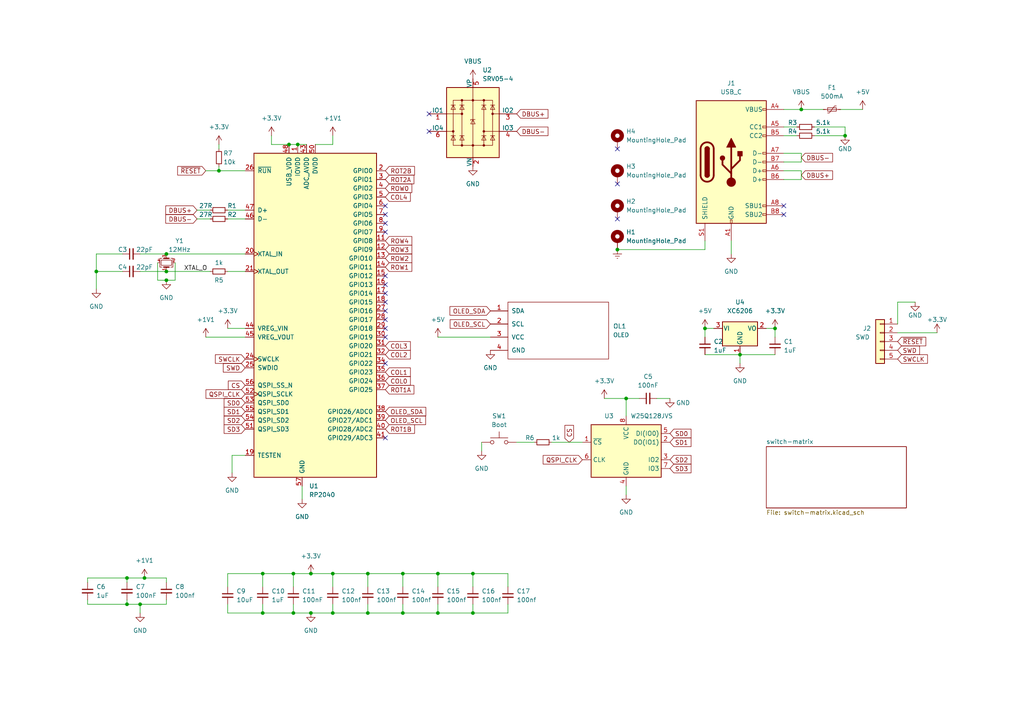
<source format=kicad_sch>
(kicad_sch (version 20211123) (generator eeschema)
  (paper "A4")
  (lib_symbols
    (symbol "Connector:USB_C_Receptacle_USB2.0" (pin_names (offset 1.016))
      (property "Reference" "J" (at -10.16 19.05 0))
      (property "Value" "USB_C_Receptacle_USB2.0" (at 19.05 19.05 0))
      (symbol "USB_C_Receptacle_USB2.0_0_0"
        (rectangle (start -0.254 -17.78) (end 0.254 -16.764))
        (rectangle (start 10.16 -14.986) (end 9.144 -15.494))
        (rectangle (start 10.16 -12.446) (end 9.144 -12.954))
        (rectangle (start 10.16 -4.826) (end 9.144 -5.334))
        (rectangle (start 10.16 -2.286) (end 9.144 -2.794))
        (rectangle (start 10.16 0.254) (end 9.144 -0.254))
        (rectangle (start 10.16 2.794) (end 9.144 2.286))
        (rectangle (start 10.16 7.874) (end 9.144 7.366))
        (rectangle (start 10.16 10.414) (end 9.144 9.906))
        (rectangle (start 10.16 15.494) (end 9.144 14.986))
      )
      (symbol "USB_C_Receptacle_USB2.0_0_1"
        (rectangle (start -10.16 17.78) (end 10.16 -17.78) (stroke (width 0.254)) (fill (type background)))
        (arc (start -8.89 -3.81) (mid -6.985 -5.715) (end -5.08 -3.81) (stroke (width 0.508)))
        (arc (start -7.62 -3.81) (mid -6.985 -4.445) (end -6.35 -3.81) (stroke (width 0.254)))
        (arc (start -7.62 -3.81) (mid -6.985 -4.445) (end -6.35 -3.81) (stroke (width 0.254)) (fill (type outline)))
        (rectangle (start -7.62 -3.81) (end -6.35 3.81) (stroke (width 0.254)) (fill (type outline)))
        (arc (start -6.35 3.81) (mid -6.985 4.445) (end -7.62 3.81) (stroke (width 0.254)))
        (arc (start -6.35 3.81) (mid -6.985 4.445) (end -7.62 3.81) (stroke (width 0.254)) (fill (type outline)))
        (arc (start -5.08 3.81) (mid -6.985 5.715) (end -8.89 3.81) (stroke (width 0.508)))
        (circle (center -2.54 1.143) (radius 0.635) (stroke (width 0.254)) (fill (type outline)))
        (circle (center 0 -5.842) (radius 1.27) (fill (type outline)))
        (polyline (pts (xy -8.89 -3.81) (xy -8.89 3.81)) (stroke (width 0.508)))
        (polyline (pts (xy -5.08 3.81) (xy -5.08 -3.81)) (stroke (width 0.508)))
        (polyline (pts (xy 0 -5.842) (xy 0 4.318)) (stroke (width 0.508)))
        (polyline (pts (xy 0 -3.302) (xy -2.54 -0.762) (xy -2.54 0.508)) (stroke (width 0.508)))
        (polyline (pts (xy 0 -2.032) (xy 2.54 0.508) (xy 2.54 1.778)) (stroke (width 0.508)))
        (polyline (pts (xy -1.27 4.318) (xy 0 6.858) (xy 1.27 4.318) (xy -1.27 4.318)) (stroke (width 0.254)) (fill (type outline)))
        (rectangle (start 1.905 1.778) (end 3.175 3.048) (stroke (width 0.254)) (fill (type outline)))
      )
      (symbol "USB_C_Receptacle_USB2.0_1_1"
        (pin passive line (at 0 -22.86 90) (length 5.08) (name "GND") (number "A1"))
        (pin passive line (at 0 -22.86 90) (length 5.08) hide (name "GND") (number "A12"))
        (pin passive line (at 15.24 15.24 180) (length 5.08) (name "VBUS") (number "A4"))
        (pin bidirectional line (at 15.24 10.16 180) (length 5.08) (name "CC1") (number "A5"))
        (pin bidirectional line (at 15.24 -2.54 180) (length 5.08) (name "D+") (number "A6"))
        (pin bidirectional line (at 15.24 2.54 180) (length 5.08) (name "D-") (number "A7"))
        (pin bidirectional line (at 15.24 -12.7 180) (length 5.08) (name "SBU1") (number "A8"))
        (pin passive line (at 15.24 15.24 180) (length 5.08) hide (name "VBUS") (number "A9"))
        (pin passive line (at 0 -22.86 90) (length 5.08) hide (name "GND") (number "B1"))
        (pin passive line (at 0 -22.86 90) (length 5.08) hide (name "GND") (number "B12"))
        (pin passive line (at 15.24 15.24 180) (length 5.08) hide (name "VBUS") (number "B4"))
        (pin bidirectional line (at 15.24 7.62 180) (length 5.08) (name "CC2") (number "B5"))
        (pin bidirectional line (at 15.24 -5.08 180) (length 5.08) (name "D+") (number "B6"))
        (pin bidirectional line (at 15.24 0 180) (length 5.08) (name "D-") (number "B7"))
        (pin bidirectional line (at 15.24 -15.24 180) (length 5.08) (name "SBU2") (number "B8"))
        (pin passive line (at 15.24 15.24 180) (length 5.08) hide (name "VBUS") (number "B9"))
        (pin passive line (at -7.62 -22.86 90) (length 5.08) (name "SHIELD") (number "S1"))
      )
    )
    (symbol "Connector_Generic:Conn_01x05" (pin_names (offset 1.016) hide)
      (property "Reference" "J" (at 0 7.62 0))
      (property "Value" "Conn_01x05" (at 0 -7.62 0))
      (symbol "Conn_01x05_1_1"
        (rectangle (start -1.27 -4.953) (end 0 -5.207) (stroke (width 0.1524)))
        (rectangle (start -1.27 -2.413) (end 0 -2.667) (stroke (width 0.1524)))
        (rectangle (start -1.27 0.127) (end 0 -0.127) (stroke (width 0.1524)))
        (rectangle (start -1.27 2.667) (end 0 2.413) (stroke (width 0.1524)))
        (rectangle (start -1.27 5.207) (end 0 4.953) (stroke (width 0.1524)))
        (rectangle (start -1.27 6.35) (end 1.27 -6.35) (stroke (width 0.254)) (fill (type background)))
        (pin passive line (at -5.08 5.08 0) (length 3.81) (name "Pin_1") (number "1"))
        (pin passive line (at -5.08 2.54 0) (length 3.81) (name "Pin_2") (number "2"))
        (pin passive line (at -5.08 0 0) (length 3.81) (name "Pin_3") (number "3"))
        (pin passive line (at -5.08 -2.54 0) (length 3.81) (name "Pin_4") (number "4"))
        (pin passive line (at -5.08 -5.08 0) (length 3.81) (name "Pin_5") (number "5"))
      )
    )
    (symbol "Device:C_Small" (pin_numbers hide) (pin_names (offset 0.254) hide)
      (property "Reference" "C" (at 0.254 1.778 0))
      (property "Value" "C_Small" (at 0.254 -2.032 0))
      (symbol "C_Small_0_1"
        (polyline (pts (xy -1.524 -0.508) (xy 1.524 -0.508)) (stroke (width 0.3302)))
        (polyline (pts (xy -1.524 0.508) (xy 1.524 0.508)) (stroke (width 0.3048)))
      )
      (symbol "C_Small_1_1"
        (pin passive line (at 0 2.54 270) (length 2.032) (name "~") (number "1"))
        (pin passive line (at 0 -2.54 90) (length 2.032) (name "~") (number "2"))
      )
    )
    (symbol "Device:Crystal_GND24_Small" (pin_names (offset 1.016) hide)
      (property "Reference" "Y" (at 1.27 4.445 0))
      (property "Value" "Crystal_GND24_Small" (at 1.27 2.54 0))
      (symbol "Crystal_GND24_Small_0_1"
        (rectangle (start -0.762 -1.524) (end 0.762 1.524))
        (polyline (pts (xy -1.27 -0.762) (xy -1.27 0.762)) (stroke (width 0.381)))
        (polyline (pts (xy 1.27 -0.762) (xy 1.27 0.762)) (stroke (width 0.381)))
        (polyline (pts (xy -1.27 -1.27) (xy -1.27 -1.905) (xy 1.27 -1.905) (xy 1.27 -1.27)))
        (polyline (pts (xy -1.27 1.27) (xy -1.27 1.905) (xy 1.27 1.905) (xy 1.27 1.27)))
      )
      (symbol "Crystal_GND24_Small_1_1"
        (pin passive line (at -2.54 0 0) (length 1.27) (name "1") (number "1"))
        (pin passive line (at 0 -2.54 90) (length 0.635) (name "2") (number "2"))
        (pin passive line (at 2.54 0 180) (length 1.27) (name "3") (number "3"))
        (pin passive line (at 0 2.54 270) (length 0.635) (name "4") (number "4"))
      )
    )
    (symbol "Device:Polyfuse_Small" (pin_numbers hide) (pin_names (offset 0))
      (property "Reference" "F" (at -1.905 0 90))
      (property "Value" "Polyfuse_Small" (at 1.905 0 90))
      (symbol "Polyfuse_Small_0_1"
        (rectangle (start -0.508 1.27) (end 0.508 -1.27))
        (polyline (pts (xy 0 2.54) (xy 0 -2.54)))
        (polyline (pts (xy -1.016 1.27) (xy -1.016 0.762) (xy 1.016 -0.762) (xy 1.016 -1.27)))
      )
      (symbol "Polyfuse_Small_1_1"
        (pin passive line (at 0 2.54 270) (length 0.635) (name "~") (number "1"))
        (pin passive line (at 0 -2.54 90) (length 0.635) (name "~") (number "2"))
      )
    )
    (symbol "Device:R_Small" (pin_numbers hide) (pin_names (offset 0.254) hide)
      (property "Reference" "R" (at 0.762 0.508 0))
      (property "Value" "R_Small" (at 0.762 -1.016 0))
      (symbol "R_Small_0_1"
        (rectangle (start -0.762 1.778) (end 0.762 -1.778) (stroke (width 0.2032)))
      )
      (symbol "R_Small_1_1"
        (pin passive line (at 0 2.54 270) (length 0.762) (name "~") (number "1"))
        (pin passive line (at 0 -2.54 90) (length 0.762) (name "~") (number "2"))
      )
    )
    (symbol "Mechanical:MountingHole_Pad" (pin_numbers hide) (pin_names (offset 1.016) hide)
      (property "Reference" "H" (at 0 6.35 0))
      (property "Value" "MountingHole_Pad" (at 0 4.445 0))
      (symbol "MountingHole_Pad_0_1"
        (circle (center 0 1.27) (radius 1.27) (stroke (width 1.27)))
      )
      (symbol "MountingHole_Pad_1_1"
        (pin input line (at 0 -2.54 90) (length 2.54) (name "1") (number "1"))
      )
    )
    (symbol "Memory_Flash:W25Q128JVS"
      (property "Reference" "U" (at -8.89 8.89 0))
      (property "Value" "W25Q128JVS" (at 7.62 8.89 0))
      (symbol "W25Q128JVS_0_1"
        (rectangle (start -10.16 7.62) (end 10.16 -7.62) (stroke (width 0.254)) (fill (type background)))
      )
      (symbol "W25Q128JVS_1_1"
        (pin input line (at -12.7 2.54 0) (length 2.54) (name "~{CS}") (number "1"))
        (pin bidirectional line (at 12.7 2.54 180) (length 2.54) (name "DO(IO1)") (number "2"))
        (pin bidirectional line (at 12.7 -2.54 180) (length 2.54) (name "IO2") (number "3"))
        (pin power_in line (at 0 -10.16 90) (length 2.54) (name "GND") (number "4"))
        (pin bidirectional line (at 12.7 5.08 180) (length 2.54) (name "DI(IO0)") (number "5"))
        (pin input line (at -12.7 -2.54 0) (length 2.54) (name "CLK") (number "6"))
        (pin bidirectional line (at 12.7 -5.08 180) (length 2.54) (name "IO3") (number "7"))
        (pin power_in line (at 0 10.16 270) (length 2.54) (name "VCC") (number "8"))
      )
    )
    (symbol "Regulator_Linear:XC6206PxxxMR" (pin_names (offset 0.254))
      (property "Reference" "U" (at -3.81 3.175 0))
      (property "Value" "XC6206PxxxMR" (at 0 3.175 0))
      (symbol "XC6206PxxxMR_0_1"
        (rectangle (start -5.08 1.905) (end 5.08 -5.08) (stroke (width 0.254)) (fill (type background)))
      )
      (symbol "XC6206PxxxMR_1_1"
        (pin power_in line (at 0 -7.62 90) (length 2.54) (name "GND") (number "1"))
        (pin power_out line (at 7.62 0 180) (length 2.54) (name "VO") (number "2"))
        (pin power_in line (at -7.62 0 0) (length 2.54) (name "VI") (number "3"))
      )
    )
    (symbol "Switch:SW_Push" (pin_numbers hide) (pin_names (offset 1.016) hide)
      (property "Reference" "SW" (at 1.27 2.54 0))
      (property "Value" "SW_Push" (at 0 -1.524 0))
      (symbol "SW_Push_0_1"
        (circle (center -2.032 0) (radius 0.508))
        (polyline (pts (xy 0 1.27) (xy 0 3.048)))
        (polyline (pts (xy 2.54 1.27) (xy -2.54 1.27)))
        (circle (center 2.032 0) (radius 0.508))
        (pin passive line (at -5.08 0 0) (length 2.54) (name "1") (number "1"))
        (pin passive line (at 5.08 0 180) (length 2.54) (name "2") (number "2"))
      )
    )
    (symbol "foostan:OLED" (pin_names (offset 1.016))
      (property "Reference" "OL" (at 0 2.54 0))
      (property "Value" "OLED" (at 0 -1.27 0))
      (symbol "OLED_0_1"
        (rectangle (start -13.97 8.89) (end 15.24 -7.62))
      )
      (symbol "OLED_1_1"
        (pin bidirectional line (at -19.05 6.35 0) (length 5.08) (name "SDA") (number "1"))
        (pin bidirectional line (at -19.05 2.54 0) (length 5.08) (name "SCL") (number "2"))
        (pin power_in line (at -19.05 -1.27 0) (length 5.08) (name "VCC") (number "3"))
        (pin power_in line (at -19.05 -5.08 0) (length 5.08) (name "GND") (number "4"))
      )
    )
    (symbol "marbastlib-various-cc:SRV05-4" (pin_names (offset 0))
      (property "Reference" "U" (at -5.08 11.43 0))
      (property "Value" "SRV05-4" (at 2.54 11.43 0))
      (symbol "SRV05-4_0_0"
        (rectangle (start -5.715 6.477) (end 5.715 -6.604))
        (polyline (pts (xy -3.175 -6.604) (xy -3.175 6.477)))
        (polyline (pts (xy 3.175 6.477) (xy 3.175 -6.604)))
      )
      (symbol "SRV05-4_0_1"
        (rectangle (start -7.62 10.16) (end 7.62 -10.16) (stroke (width 0.254)) (fill (type background)))
        (circle (center -5.715 -2.54) (radius 0.2794) (fill (type outline)))
        (circle (center -3.175 -6.604) (radius 0.2794) (fill (type outline)))
        (circle (center -3.175 2.54) (radius 0.2794) (fill (type outline)))
        (circle (center -3.175 6.477) (radius 0.2794) (fill (type outline)))
        (circle (center 0 -6.604) (radius 0.2794) (fill (type outline)))
        (polyline (pts (xy -7.747 2.54) (xy -3.175 2.54)))
        (polyline (pts (xy -7.62 -2.54) (xy -5.715 -2.54)))
        (polyline (pts (xy -5.08 -3.81) (xy -6.35 -3.81)))
        (polyline (pts (xy -5.08 5.08) (xy -6.35 5.08)))
        (polyline (pts (xy -2.54 -3.81) (xy -3.81 -3.81)))
        (polyline (pts (xy -2.54 5.08) (xy -3.81 5.08)))
        (polyline (pts (xy 0 10.16) (xy 0 -10.16)))
        (polyline (pts (xy 3.81 -3.81) (xy 2.54 -3.81)))
        (polyline (pts (xy 3.81 5.08) (xy 2.54 5.08)))
        (polyline (pts (xy 6.35 -3.81) (xy 5.08 -3.81)))
        (polyline (pts (xy 6.35 5.08) (xy 5.08 5.08)))
        (polyline (pts (xy 7.62 -2.54) (xy 3.175 -2.54)))
        (polyline (pts (xy 7.62 2.54) (xy 5.715 2.54)))
        (polyline (pts (xy 0.635 0.889) (xy -0.635 0.889) (xy -0.635 0.635)))
        (polyline (pts (xy -5.08 -5.08) (xy -6.35 -5.08) (xy -5.715 -3.81) (xy -5.08 -5.08)))
        (polyline (pts (xy -5.08 3.81) (xy -6.35 3.81) (xy -5.715 5.08) (xy -5.08 3.81)))
        (polyline (pts (xy -2.54 -5.08) (xy -3.81 -5.08) (xy -3.175 -3.81) (xy -2.54 -5.08)))
        (polyline (pts (xy -2.54 3.81) (xy -3.81 3.81) (xy -3.175 5.08) (xy -2.54 3.81)))
        (polyline (pts (xy 0.635 -0.381) (xy -0.635 -0.381) (xy 0 0.889) (xy 0.635 -0.381)))
        (polyline (pts (xy 3.81 -5.08) (xy 2.54 -5.08) (xy 3.175 -3.81) (xy 3.81 -5.08)))
        (polyline (pts (xy 3.81 3.81) (xy 2.54 3.81) (xy 3.175 5.08) (xy 3.81 3.81)))
        (polyline (pts (xy 6.35 -5.08) (xy 5.08 -5.08) (xy 5.715 -3.81) (xy 6.35 -5.08)))
        (polyline (pts (xy 6.35 3.81) (xy 5.08 3.81) (xy 5.715 5.08) (xy 6.35 3.81)))
        (circle (center 0 6.477) (radius 0.2794) (fill (type outline)))
        (circle (center 3.175 -6.604) (radius 0.2794) (fill (type outline)))
        (circle (center 3.175 -2.54) (radius 0.2794) (fill (type outline)))
        (circle (center 3.175 6.477) (radius 0.2794) (fill (type outline)))
        (circle (center 5.715 2.54) (radius 0.2794) (fill (type outline)))
      )
      (symbol "SRV05-4_1_1"
        (pin passive line (at -12.7 2.54 0) (length 5.08) (name "IO1") (number "1"))
        (pin passive line (at 0 -12.7 90) (length 2.54) (name "VN") (number "2"))
        (pin passive line (at 12.7 2.54 180) (length 5.08) (name "IO2") (number "3"))
        (pin passive line (at 12.7 -2.54 180) (length 5.08) (name "IO3") (number "4"))
        (pin passive line (at 0 12.7 270) (length 2.54) (name "VP") (number "5"))
        (pin passive line (at -12.7 -2.54 0) (length 5.08) (name "IO4") (number "6"))
      )
    )
    (symbol "power:+1V1" (power) (pin_names (offset 0))
      (property "Value" "+1V1" (at 0 3.556 0))
      (symbol "+1V1_0_1"
        (polyline (pts (xy -0.762 1.27) (xy 0 2.54)))
        (polyline (pts (xy 0 0) (xy 0 2.54)))
        (polyline (pts (xy 0 2.54) (xy 0.762 1.27)))
      )
      (symbol "+1V1_1_1"
        (pin power_in line (at 0 0 90) (length 0) hide (name "+1V1") (number "1"))
      )
    )
    (symbol "power:+3.3V" (power) (pin_names (offset 0))
      (property "Value" "+3.3V" (at 0 3.556 0))
      (symbol "+3.3V_0_1"
        (polyline (pts (xy -0.762 1.27) (xy 0 2.54)))
        (polyline (pts (xy 0 0) (xy 0 2.54)))
        (polyline (pts (xy 0 2.54) (xy 0.762 1.27)))
      )
      (symbol "+3.3V_1_1"
        (pin power_in line (at 0 0 90) (length 0) hide (name "+3.3V") (number "1"))
      )
    )
    (symbol "power:+5V" (power) (pin_names (offset 0))
      (property "Value" "+5V" (at 0 3.556 0))
      (symbol "+5V_0_1"
        (polyline (pts (xy -0.762 1.27) (xy 0 2.54)))
        (polyline (pts (xy 0 0) (xy 0 2.54)))
        (polyline (pts (xy 0 2.54) (xy 0.762 1.27)))
      )
      (symbol "+5V_1_1"
        (pin power_in line (at 0 0 90) (length 0) hide (name "+5V") (number "1"))
      )
    )
    (symbol "power:Earth" (power) (pin_names (offset 0))
      (symbol "Earth_0_1"
        (polyline (pts (xy -0.635 -1.905) (xy 0.635 -1.905)))
        (polyline (pts (xy -0.127 -2.54) (xy 0.127 -2.54)))
        (polyline (pts (xy 0 -1.27) (xy 0 0)))
        (polyline (pts (xy 1.27 -1.27) (xy -1.27 -1.27)))
      )
      (symbol "Earth_1_1"
        (pin power_in line (at 0 0 270) (length 0) hide (name "Earth") (number "1"))
      )
    )
    (symbol "power:GND" (power) (pin_names (offset 0))
      (property "Value" "GND" (at 0 -3.81 0))
      (symbol "GND_0_1"
        (polyline (pts (xy 0 0) (xy 0 -1.27) (xy 1.27 -1.27) (xy 0 -2.54) (xy -1.27 -1.27) (xy 0 -1.27)))
      )
      (symbol "GND_1_1"
        (pin power_in line (at 0 0 270) (length 0) hide (name "GND") (number "1"))
      )
    )
    (symbol "power:VBUS" (power) (pin_names (offset 0))
      (property "Value" "VBUS" (at 0 3.81 0))
      (symbol "VBUS_0_1"
        (polyline (pts (xy -0.762 1.27) (xy 0 2.54)))
        (polyline (pts (xy 0 0) (xy 0 2.54)))
        (polyline (pts (xy 0 2.54) (xy 0.762 1.27)))
      )
      (symbol "VBUS_1_1"
        (pin power_in line (at 0 0 90) (length 0) hide (name "VBUS") (number "1"))
      )
    )
    (symbol "sleep-sym:RP2040" (pin_names (offset 1.016))
      (property "Reference" "U" (at 8.89 51.435 0))
      (property "Value" "RP2040" (at 8.89 48.895 0))
      (symbol "RP2040_0_0"
        (rectangle (start -17.78 -45.72) (end 17.78 48.26) (stroke (width 0.254)) (fill (type background)))
      )
      (symbol "RP2040_1_1"
        (pin power_in line (at -5.08 50.8 270) (length 2.54) (name "IOVDD") (number "1"))
        (pin power_in line (at -5.08 50.8 270) (length 2.54) hide (name "IOVDD") (number "10"))
        (pin input line (at 20.32 22.86 180) (length 2.54) (name "GPIO8") (number "11"))
        (pin input line (at 20.32 20.32 180) (length 2.54) (name "GPIO9") (number "12"))
        (pin input line (at 20.32 17.78 180) (length 2.54) (name "GPIO10") (number "13"))
        (pin input line (at 20.32 15.24 180) (length 2.54) (name "GPIO11") (number "14"))
        (pin input line (at 20.32 12.7 180) (length 2.54) (name "GPIO12") (number "15"))
        (pin input line (at 20.32 10.16 180) (length 2.54) (name "GPIO13") (number "16"))
        (pin input line (at 20.32 7.62 180) (length 2.54) (name "GPIO14") (number "17"))
        (pin input line (at 20.32 5.08 180) (length 2.54) (name "GPIO15") (number "18"))
        (pin input line (at -20.32 -39.37 0) (length 2.54) (name "TESTEN") (number "19"))
        (pin input line (at 20.32 43.18 180) (length 2.54) (name "GPIO0") (number "2"))
        (pin input clock (at -20.32 19.05 0) (length 2.54) (name "XTAL_IN") (number "20"))
        (pin input clock (at -20.32 13.97 0) (length 2.54) (name "XTAL_OUT") (number "21"))
        (pin power_in line (at -5.08 50.8 270) (length 2.54) hide (name "IOVDD") (number "22"))
        (pin power_in line (at 0 50.8 270) (length 2.54) hide (name "DVDD") (number "23"))
        (pin input clock (at -20.32 -11.43 0) (length 2.54) (name "SWCLK") (number "24"))
        (pin bidirectional line (at -20.32 -13.97 0) (length 2.54) (name "SWDIO") (number "25"))
        (pin input line (at -20.32 43.18 0) (length 2.54) (name "~{RUN}") (number "26"))
        (pin input line (at 20.32 2.54 180) (length 2.54) (name "GPIO16") (number "27"))
        (pin input line (at 20.32 0 180) (length 2.54) (name "GPIO17") (number "28"))
        (pin input line (at 20.32 -2.54 180) (length 2.54) (name "GPIO18") (number "29"))
        (pin input line (at 20.32 40.64 180) (length 2.54) (name "GPIO1") (number "3"))
        (pin input line (at 20.32 -5.08 180) (length 2.54) (name "GPIO19") (number "30"))
        (pin input line (at 20.32 -7.62 180) (length 2.54) (name "GPIO20") (number "31"))
        (pin input line (at 20.32 -10.16 180) (length 2.54) (name "GPIO21") (number "32"))
        (pin power_in line (at -5.08 50.8 270) (length 2.54) hide (name "IOVDD") (number "33"))
        (pin input line (at 20.32 -12.7 180) (length 2.54) (name "GPIO22") (number "34"))
        (pin input line (at 20.32 -15.24 180) (length 2.54) (name "GPIO23") (number "35"))
        (pin input line (at 20.32 -17.78 180) (length 2.54) (name "GPIO24") (number "36"))
        (pin input line (at 20.32 -20.32 180) (length 2.54) (name "GPIO25") (number "37"))
        (pin input line (at 20.32 -26.67 180) (length 2.54) (name "GPIO26/ADC0") (number "38"))
        (pin input line (at 20.32 -29.21 180) (length 2.54) (name "GPIO27/ADC1") (number "39"))
        (pin input line (at 20.32 38.1 180) (length 2.54) (name "GPIO2") (number "4"))
        (pin input line (at 20.32 -31.75 180) (length 2.54) (name "GPIO28/ADC2") (number "40"))
        (pin input line (at 20.32 -34.29 180) (length 2.54) (name "GPIO29/ADC3") (number "41"))
        (pin power_in line (at -5.08 50.8 270) (length 2.54) hide (name "IOVDD") (number "42"))
        (pin power_in line (at -2.54 50.8 270) (length 2.54) (name "ADC_AVDD") (number "43"))
        (pin power_in line (at -20.32 -2.54 0) (length 2.54) (name "VREG_VIN") (number "44"))
        (pin power_out line (at -20.32 -5.08 0) (length 2.54) (name "VREG_VOUT") (number "45"))
        (pin bidirectional line (at -20.32 29.21 0) (length 2.54) (name "D-") (number "46"))
        (pin bidirectional line (at -20.32 31.75 0) (length 2.54) (name "D+") (number "47"))
        (pin power_in line (at -7.62 50.8 270) (length 2.54) (name "USB_VDD") (number "48"))
        (pin power_in line (at -5.08 50.8 270) (length 2.54) hide (name "IOVDD") (number "49"))
        (pin input line (at 20.32 35.56 180) (length 2.54) (name "GPIO3") (number "5"))
        (pin power_in line (at 0 50.8 270) (length 2.54) (name "DVDD") (number "50"))
        (pin bidirectional line (at -20.32 -31.75 0) (length 2.54) (name "QSPI_SD3") (number "51"))
        (pin input clock (at -20.32 -21.59 0) (length 2.54) (name "QSPI_SCLK") (number "52"))
        (pin bidirectional line (at -20.32 -24.13 0) (length 2.54) (name "QSPI_SD0") (number "53"))
        (pin bidirectional line (at -20.32 -29.21 0) (length 2.54) (name "QSPI_SD2") (number "54"))
        (pin bidirectional line (at -20.32 -26.67 0) (length 2.54) (name "QSPI_SD1") (number "55"))
        (pin bidirectional line (at -20.32 -19.05 0) (length 2.54) (name "QSPI_SS_N") (number "56"))
        (pin power_in line (at -3.81 -48.26 90) (length 2.54) (name "GND") (number "57"))
        (pin input line (at 20.32 33.02 180) (length 2.54) (name "GPIO4") (number "6"))
        (pin input line (at 20.32 30.48 180) (length 2.54) (name "GPIO5") (number "7"))
        (pin input line (at 20.32 27.94 180) (length 2.54) (name "GPIO6") (number "8"))
        (pin input line (at 20.32 25.4 180) (length 2.54) (name "GPIO7") (number "9"))
      )
    )
  )
  (junction (at 76.2 166.37))
  (junction (at 86.36 41.91))
  (junction (at 83.82 41.91))
  (junction (at 40.64 175.26))
  (junction (at 116.84 177.8))
  (junction (at 116.84 166.37))
  (junction (at 127 166.37))
  (junction (at 224.79 95.25))
  (junction (at 48.26 78.74))
  (junction (at 85.09 177.8))
  (junction (at 181.61 115.57))
  (junction (at 106.68 166.37))
  (junction (at 127 177.8))
  (junction (at 63.5 49.53))
  (junction (at 245.11 39.37))
  (junction (at 96.52 177.8))
  (junction (at 90.17 166.37))
  (junction (at 137.16 177.8))
  (junction (at 27.94 78.74))
  (junction (at 41.91 167.64))
  (junction (at 179.07 72.39))
  (junction (at 232.41 31.75))
  (junction (at 36.83 175.26))
  (junction (at 214.63 102.87))
  (junction (at 106.68 177.8))
  (junction (at 48.26 81.28))
  (junction (at 85.09 166.37))
  (junction (at 137.16 166.37))
  (junction (at 76.2 177.8))
  (junction (at 48.26 73.66))
  (junction (at 96.52 166.37))
  (junction (at 90.17 177.8))
  (junction (at 36.83 167.64))
  (junction (at 204.47 95.25))
  (no_connect (at 111.76 67.31))
  (no_connect (at 111.76 64.77))
  (no_connect (at 111.76 97.79))
  (no_connect (at 111.76 95.25))
  (no_connect (at 111.76 127))
  (no_connect (at 111.76 105.41))
  (no_connect (at 111.76 62.23))
  (no_connect (at 111.76 59.69))
  (no_connect (at 179.07 53.34))
  (no_connect (at 179.07 43.18))
  (no_connect (at 179.07 63.5))
  (no_connect (at 111.76 92.71))
  (no_connect (at 124.46 33.02))
  (no_connect (at 124.46 38.1))
  (no_connect (at 111.76 80.01))
  (no_connect (at 227.33 59.69))
  (no_connect (at 227.33 62.23))
  (no_connect (at 111.76 90.17))
  (no_connect (at 111.76 87.63))
  (no_connect (at 111.76 85.09))
  (no_connect (at 111.76 82.55))
  (wire (pts (xy 66.04 166.37) (xy 76.2 166.37)))
  (wire (pts (xy 236.22 39.37) (xy 245.11 39.37)))
  (wire (pts (xy 227.33 44.45) (xy 232.41 44.45)))
  (wire (pts (xy 48.26 78.74) (xy 60.96 78.74)))
  (wire (pts (xy 127 166.37) (xy 137.16 166.37)))
  (wire (pts (xy 106.68 166.37) (xy 116.84 166.37)))
  (wire (pts (xy 48.26 73.66) (xy 71.12 73.66)))
  (wire (pts (xy 40.64 175.26) (xy 40.64 177.8)))
  (wire (pts (xy 25.4 167.64) (xy 36.83 167.64)))
  (wire (pts (xy 204.47 72.39) (xy 179.07 72.39)))
  (wire (pts (xy 27.94 78.74) (xy 27.94 83.82)))
  (wire (pts (xy 35.56 78.74) (xy 27.94 78.74)))
  (wire (pts (xy 204.47 95.25) (xy 207.01 95.25)))
  (wire (pts (xy 76.2 170.18) (xy 76.2 166.37)))
  (wire (pts (xy 96.52 166.37) (xy 106.68 166.37)))
  (wire (pts (xy 137.16 166.37) (xy 147.32 166.37)))
  (wire (pts (xy 96.52 177.8) (xy 106.68 177.8)))
  (wire (pts (xy 66.04 78.74) (xy 71.12 78.74)))
  (wire (pts (xy 40.64 73.66) (xy 48.26 73.66)))
  (wire (pts (xy 63.5 41.91) (xy 63.5 43.18)))
  (wire (pts (xy 67.31 137.16) (xy 67.31 132.08)))
  (wire (pts (xy 127 97.79) (xy 142.24 97.79)))
  (wire (pts (xy 66.04 170.18) (xy 66.04 166.37)))
  (wire (pts (xy 83.82 41.91) (xy 78.74 41.91)))
  (wire (pts (xy 127 170.18) (xy 127 166.37)))
  (wire (pts (xy 83.82 41.91) (xy 86.36 41.91)))
  (wire (pts (xy 222.25 95.25) (xy 224.79 95.25)))
  (wire (pts (xy 204.47 95.25) (xy 204.47 97.79)))
  (wire (pts (xy 59.69 97.79) (xy 71.12 97.79)))
  (wire (pts (xy 63.5 49.53) (xy 71.12 49.53)))
  (wire (pts (xy 181.61 115.57) (xy 175.26 115.57)))
  (wire (pts (xy 67.31 132.08) (xy 71.12 132.08)))
  (wire (pts (xy 25.4 167.64) (xy 25.4 168.91)))
  (wire (pts (xy 227.33 52.07) (xy 232.41 52.07)))
  (wire (pts (xy 204.47 69.85) (xy 204.47 72.39)))
  (wire (pts (xy 260.35 87.63) (xy 265.43 87.63)))
  (wire (pts (xy 212.09 73.66) (xy 212.09 69.85)))
  (wire (pts (xy 66.04 175.26) (xy 66.04 177.8)))
  (wire (pts (xy 236.22 36.83) (xy 245.11 36.83)))
  (wire (pts (xy 106.68 175.26) (xy 106.68 177.8)))
  (wire (pts (xy 40.64 78.74) (xy 48.26 78.74)))
  (wire (pts (xy 224.79 95.25) (xy 224.79 97.79)))
  (wire (pts (xy 227.33 36.83) (xy 231.14 36.83)))
  (wire (pts (xy 96.52 170.18) (xy 96.52 166.37)))
  (wire (pts (xy 25.4 175.26) (xy 25.4 173.99)))
  (wire (pts (xy 59.69 49.53) (xy 63.5 49.53)))
  (wire (pts (xy 48.26 175.26) (xy 40.64 175.26)))
  (wire (pts (xy 232.41 31.75) (xy 238.76 31.75)))
  (wire (pts (xy 96.52 177.8) (xy 90.17 177.8)))
  (wire (pts (xy 41.91 167.64) (xy 48.26 167.64)))
  (wire (pts (xy 78.74 41.91) (xy 78.74 39.37)))
  (wire (pts (xy 96.52 41.91) (xy 96.52 39.37)))
  (wire (pts (xy 66.04 177.8) (xy 76.2 177.8)))
  (wire (pts (xy 63.5 48.26) (xy 63.5 49.53)))
  (wire (pts (xy 116.84 177.8) (xy 106.68 177.8)))
  (wire (pts (xy 85.09 170.18) (xy 85.09 166.37)))
  (wire (pts (xy 91.44 41.91) (xy 96.52 41.91)))
  (wire (pts (xy 204.47 102.87) (xy 214.63 102.87)))
  (wire (pts (xy 36.83 167.64) (xy 41.91 167.64)))
  (wire (pts (xy 85.09 166.37) (xy 90.17 166.37)))
  (wire (pts (xy 227.33 46.99) (xy 232.41 46.99)))
  (wire (pts (xy 36.83 175.26) (xy 40.64 175.26)))
  (wire (pts (xy 181.61 140.97) (xy 181.61 143.51)))
  (wire (pts (xy 106.68 170.18) (xy 106.68 166.37)))
  (wire (pts (xy 76.2 177.8) (xy 85.09 177.8)))
  (wire (pts (xy 139.7 128.27) (xy 139.7 130.81)))
  (wire (pts (xy 116.84 175.26) (xy 116.84 177.8)))
  (wire (pts (xy 27.94 73.66) (xy 27.94 78.74)))
  (wire (pts (xy 71.12 60.96) (xy 66.04 60.96)))
  (wire (pts (xy 90.17 166.37) (xy 96.52 166.37)))
  (wire (pts (xy 76.2 166.37) (xy 85.09 166.37)))
  (wire (pts (xy 137.16 175.26) (xy 137.16 177.8)))
  (wire (pts (xy 137.16 170.18) (xy 137.16 166.37)))
  (wire (pts (xy 71.12 63.5) (xy 66.04 63.5)))
  (wire (pts (xy 227.33 31.75) (xy 232.41 31.75)))
  (wire (pts (xy 214.63 102.87) (xy 224.79 102.87)))
  (wire (pts (xy 57.15 63.5) (xy 60.96 63.5)))
  (wire (pts (xy 25.4 175.26) (xy 36.83 175.26)))
  (wire (pts (xy 85.09 175.26) (xy 85.09 177.8)))
  (wire (pts (xy 86.36 41.91) (xy 88.9 41.91)))
  (wire (pts (xy 66.04 95.25) (xy 71.12 95.25)))
  (wire (pts (xy 57.15 60.96) (xy 60.96 60.96)))
  (wire (pts (xy 232.41 44.45) (xy 232.41 46.99)))
  (wire (pts (xy 87.63 140.97) (xy 87.63 144.78)))
  (wire (pts (xy 50.8 76.2) (xy 50.8 81.28)))
  (wire (pts (xy 116.84 170.18) (xy 116.84 166.37)))
  (wire (pts (xy 96.52 175.26) (xy 96.52 177.8)))
  (wire (pts (xy 48.26 167.64) (xy 48.26 168.91)))
  (wire (pts (xy 36.83 175.26) (xy 36.83 173.99)))
  (wire (pts (xy 181.61 115.57) (xy 185.42 115.57)))
  (wire (pts (xy 147.32 175.26) (xy 147.32 177.8)))
  (wire (pts (xy 116.84 177.8) (xy 127 177.8)))
  (wire (pts (xy 190.5 115.57) (xy 194.31 115.57)))
  (wire (pts (xy 227.33 39.37) (xy 231.14 39.37)))
  (wire (pts (xy 127 175.26) (xy 127 177.8)))
  (wire (pts (xy 227.33 49.53) (xy 232.41 49.53)))
  (wire (pts (xy 50.8 81.28) (xy 48.26 81.28)))
  (wire (pts (xy 243.84 31.75) (xy 250.19 31.75)))
  (wire (pts (xy 48.26 175.26) (xy 48.26 173.99)))
  (wire (pts (xy 45.72 76.2) (xy 45.72 81.28)))
  (wire (pts (xy 76.2 175.26) (xy 76.2 177.8)))
  (wire (pts (xy 160.02 128.27) (xy 168.91 128.27)))
  (wire (pts (xy 181.61 120.65) (xy 181.61 115.57)))
  (wire (pts (xy 260.35 93.98) (xy 260.35 87.63)))
  (wire (pts (xy 137.16 177.8) (xy 147.32 177.8)))
  (wire (pts (xy 245.11 36.83) (xy 245.11 39.37)))
  (wire (pts (xy 127 177.8) (xy 137.16 177.8)))
  (wire (pts (xy 36.83 167.64) (xy 36.83 168.91)))
  (wire (pts (xy 147.32 170.18) (xy 147.32 166.37)))
  (wire (pts (xy 149.86 128.27) (xy 154.94 128.27)))
  (wire (pts (xy 85.09 177.8) (xy 90.17 177.8)))
  (wire (pts (xy 116.84 166.37) (xy 127 166.37)))
  (wire (pts (xy 232.41 49.53) (xy 232.41 52.07)))
  (wire (pts (xy 45.72 81.28) (xy 48.26 81.28)))
  (wire (pts (xy 214.63 102.87) (xy 214.63 105.41)))
  (wire (pts (xy 35.56 73.66) (xy 27.94 73.66)))
  (wire (pts (xy 260.35 96.52) (xy 271.78 96.52)))
  (label "XTAL_O" (at 53.34 78.74 0))
  (global_label "COL4" (shape input) (at 111.76 57.15 0) (property "Intersheet References" "${INTERSHEET_REFS}" (effects hide)))
  (global_label "SD0" (shape input) (at 71.12 116.84 180) (property "Intersheet References" "${INTERSHEET_REFS}" (effects hide)))
  (global_label "ROW2" (shape input) (at 111.76 74.93 0) (property "Intersheet References" "${INTERSHEET_REFS}" (effects hide)))
  (global_label "DBUS+" (shape input) (at 57.15 60.96 180) (property "Intersheet References" "${INTERSHEET_REFS}" (effects hide)))
  (global_label "SD1" (shape input) (at 71.12 119.38 180) (property "Intersheet References" "${INTERSHEET_REFS}" (effects hide)))
  (global_label "DBUS-" (shape input) (at 232.41 45.72 0) (property "Intersheet References" "${INTERSHEET_REFS}" (effects hide)))
  (global_label "OLED_SDA" (shape input) (at 111.76 119.38 0) (property "Intersheet References" "${INTERSHEET_REFS}" (effects hide)))
  (global_label "CS" (shape input) (at 165.1 128.27 90) (property "Intersheet References" "${INTERSHEET_REFS}" (effects hide)))
  (global_label "SWD" (shape input) (at 71.12 106.68 180) (property "Intersheet References" "${INTERSHEET_REFS}" (effects hide)))
  (global_label "SD2" (shape input) (at 71.12 121.92 180) (property "Intersheet References" "${INTERSHEET_REFS}" (effects hide)))
  (global_label "ROT1B" (shape input) (at 111.76 124.46 0) (property "Intersheet References" "${INTERSHEET_REFS}" (effects hide)))
  (global_label "OLED_SCL" (shape input) (at 111.76 121.92 0) (property "Intersheet References" "${INTERSHEET_REFS}" (effects hide)))
  (global_label "QSPI_CLK" (shape input) (at 168.91 133.35 180) (property "Intersheet References" "${INTERSHEET_REFS}" (effects hide)))
  (global_label "ROT2B" (shape input) (at 111.76 49.53 0) (property "Intersheet References" "${INTERSHEET_REFS}" (effects hide)))
  (global_label "SD1" (shape input) (at 194.31 128.27 0) (property "Intersheet References" "${INTERSHEET_REFS}" (effects hide)))
  (global_label "ROT2A" (shape input) (at 111.76 52.07 0) (property "Intersheet References" "${INTERSHEET_REFS}" (effects hide)))
  (global_label "SD3" (shape input) (at 194.31 135.89 0) (property "Intersheet References" "${INTERSHEET_REFS}" (effects hide)))
  (global_label "COL2" (shape input) (at 111.76 102.87 0) (property "Intersheet References" "${INTERSHEET_REFS}" (effects hide)))
  (global_label "DBUS-" (shape input) (at 149.86 38.1 0) (property "Intersheet References" "${INTERSHEET_REFS}" (effects hide)))
  (global_label "ROW1" (shape input) (at 111.76 77.47 0) (property "Intersheet References" "${INTERSHEET_REFS}" (effects hide)))
  (global_label "ROW0" (shape input) (at 111.76 54.61 0) (property "Intersheet References" "${INTERSHEET_REFS}" (effects hide)))
  (global_label "SD3" (shape input) (at 71.12 124.46 180) (property "Intersheet References" "${INTERSHEET_REFS}" (effects hide)))
  (global_label "SD0" (shape input) (at 194.31 125.73 0) (property "Intersheet References" "${INTERSHEET_REFS}" (effects hide)))
  (global_label "COL0" (shape input) (at 111.76 110.49 0) (property "Intersheet References" "${INTERSHEET_REFS}" (effects hide)))
  (global_label "SWCLK" (shape input) (at 260.35 104.14 0) (property "Intersheet References" "${INTERSHEET_REFS}" (effects hide)))
  (global_label "SD2" (shape input) (at 194.31 133.35 0) (property "Intersheet References" "${INTERSHEET_REFS}" (effects hide)))
  (global_label "ROT1A" (shape input) (at 111.76 113.03 0) (property "Intersheet References" "${INTERSHEET_REFS}" (effects hide)))
  (global_label "SWD" (shape input) (at 260.35 101.6 0) (property "Intersheet References" "${INTERSHEET_REFS}" (effects hide)))
  (global_label "~{RESET}" (shape input) (at 260.35 99.06 0) (property "Intersheet References" "${INTERSHEET_REFS}" (effects hide)))
  (global_label "COL1" (shape input) (at 111.76 107.95 0) (property "Intersheet References" "${INTERSHEET_REFS}" (effects hide)))
  (global_label "DBUS+" (shape input) (at 149.86 33.02 0) (property "Intersheet References" "${INTERSHEET_REFS}" (effects hide)))
  (global_label "ROW3" (shape input) (at 111.76 72.39 0) (property "Intersheet References" "${INTERSHEET_REFS}" (effects hide)))
  (global_label "SWCLK" (shape input) (at 71.12 104.14 180) (property "Intersheet References" "${INTERSHEET_REFS}" (effects hide)))
  (global_label "DBUS+" (shape input) (at 232.41 50.8 0) (property "Intersheet References" "${INTERSHEET_REFS}" (effects hide)))
  (global_label "CS" (shape input) (at 71.12 111.76 180) (property "Intersheet References" "${INTERSHEET_REFS}" (effects hide)))
  (global_label "OLED_SDA" (shape input) (at 142.24 90.17 180) (property "Intersheet References" "${INTERSHEET_REFS}" (effects hide)))
  (global_label "~{RESET}" (shape input) (at 59.69 49.53 180) (property "Intersheet References" "${INTERSHEET_REFS}" (effects hide)))
  (global_label "ROW4" (shape input) (at 111.76 69.85 0) (property "Intersheet References" "${INTERSHEET_REFS}" (effects hide)))
  (global_label "COL3" (shape input) (at 111.76 100.33 0) (property "Intersheet References" "${INTERSHEET_REFS}" (effects hide)))
  (global_label "DBUS-" (shape input) (at 57.15 63.5 180) (property "Intersheet References" "${INTERSHEET_REFS}" (effects hide)))
  (global_label "OLED_SCL" (shape input) (at 142.24 93.98 180) (property "Intersheet References" "${INTERSHEET_REFS}" (effects hide)))
  (global_label "QSPI_CLK" (shape input) (at 71.12 114.3 180) (property "Intersheet References" "${INTERSHEET_REFS}" (effects hide)))
  (symbol (lib_id "Device:Crystal_GND24_Small") (at 48.26 76.2 90) (unit 1)
    (property "Reference" "Y1" (at 52.07 69.85 90))
    (property "Value" "12MHz" (at 52.07 72.39 90))
    (property "Footprint" "Crystal:Crystal_SMD_3225-4Pin_3.2x2.5mm" (effects hide))
    (property "LCSC" "C9002" (effects hide))
  )
  (symbol (lib_id "foostan:OLED") (at 161.29 96.52 0) (unit 1)
    (property "Reference" "OL1" (at 177.8 94.615 0) (effects (font (size 1.2954 1.2954)) (justify left)))
    (property "Value" "OLED" (at 177.8 97.155 0) (effects (font (size 1.1938 1.1938)) (justify left)))
    (property "Footprint" "foostan:OLED_v2" (effects hide))
  )
  (symbol (lib_id "power:+5V") (at 204.47 95.25 0) (unit 1)
    (property "Reference" "#PWR0108" (effects hide))
    (property "Value" "+5V" (at 204.47 90.17 0))
  )
  (symbol (lib_id "Device:C_Small") (at 96.52 172.72 0) (unit 1)
    (property "Reference" "C12" (at 99.06 171.4562 0) (effects (justify left)))
    (property "Value" "100nf" (at 99.06 173.9962 0) (effects (justify left)))
    (property "Footprint" "Capacitor_SMD:C_0402_1005Metric" (effects hide))
    (property "LCSC" "C1525" (effects hide))
  )
  (symbol (lib_id "Device:R_Small") (at 63.5 45.72 0) (unit 1)
    (property "Reference" "R7" (at 64.77 44.45 0) (effects (justify left)))
    (property "Value" "10k" (at 64.77 46.99 0) (effects (justify left)))
    (property "Footprint" "Resistor_SMD:R_0402_1005Metric" (effects hide))
    (property "LCSC" "C25744" (effects hide))
  )
  (symbol (lib_id "power:+1V1") (at 41.91 167.64 0) (unit 1)
    (property "Reference" "#PWR0117" (effects hide))
    (property "Value" "+1V1" (at 41.91 162.56 0))
  )
  (symbol (lib_id "Device:Polyfuse_Small") (at 241.3 31.75 90) (unit 1)
    (property "Reference" "F1" (at 241.3 25.4 90))
    (property "Value" "500mA" (at 241.3 27.94 90))
    (property "Footprint" "Fuse:Fuse_1206_3216Metric" (effects hide))
    (property "LCSC" "C70076" (effects hide))
  )
  (symbol (lib_id "Device:C_Small") (at 66.04 172.72 0) (unit 1)
    (property "Reference" "C9" (at 68.58 171.4562 0) (effects (justify left)))
    (property "Value" "10uF" (at 68.58 173.9962 0) (effects (justify left)))
    (property "Footprint" "Capacitor_SMD:C_0402_1005Metric" (effects hide))
    (property "LCSC" "C15525" (effects hide))
  )
  (symbol (lib_id "Device:C_Small") (at 38.1 78.74 90) (unit 1)
    (property "Reference" "C4" (at 35.56 77.47 90))
    (property "Value" "22pF" (at 41.91 77.47 90))
    (property "Footprint" "Capacitor_SMD:C_0402_1005Metric" (effects hide))
    (property "LCSC" "C1555" (effects hide))
  )
  (symbol (lib_id "power:GND") (at 265.43 87.63 0) (unit 1)
    (property "Reference" "#PWR0125" (effects hide))
    (property "Value" "GND" (at 265.43 91.44 0))
  )
  (symbol (lib_id "power:VBUS") (at 232.41 31.75 0) (unit 1)
    (property "Reference" "#PWR0127" (effects hide))
    (property "Value" "VBUS" (at 232.41 26.67 0))
  )
  (symbol (lib_id "power:GND") (at 40.64 177.8 0) (unit 1)
    (property "Reference" "#PWR0116" (effects hide))
    (property "Value" "GND" (at 40.64 182.88 0))
  )
  (symbol (lib_id "power:+3.3V") (at 224.79 95.25 0) (unit 1)
    (property "Reference" "#PWR0115" (effects hide))
    (property "Value" "+3.3V" (at 224.79 90.17 0))
  )
  (symbol (lib_id "Device:C_Small") (at 106.68 172.72 0) (unit 1)
    (property "Reference" "C13" (at 109.22 171.4562 0) (effects (justify left)))
    (property "Value" "100nf" (at 109.22 173.9962 0) (effects (justify left)))
    (property "Footprint" "Capacitor_SMD:C_0402_1005Metric" (effects hide))
    (property "LCSC" "C1525" (effects hide))
  )
  (symbol (lib_id "power:GND") (at 181.61 143.51 0) (unit 1)
    (property "Reference" "#PWR0114" (effects hide))
    (property "Value" "GND" (at 181.61 148.59 0))
  )
  (symbol (lib_id "Device:R_Small") (at 63.5 60.96 270) (unit 1)
    (property "Reference" "R1" (at 67.31 59.69 90))
    (property "Value" "27R" (at 59.69 59.69 90))
    (property "Footprint" "Resistor_SMD:R_0603_1608Metric" (effects hide))
    (property "LCSC" "C25190" (effects hide))
  )
  (symbol (lib_id "power:+5V") (at 127 97.79 0) (unit 1)
    (property "Reference" "#PWR0130" (effects hide))
    (property "Value" "+5V" (at 127 92.71 0))
  )
  (symbol (lib_id "power:VBUS") (at 137.16 22.86 0) (unit 1)
    (property "Reference" "#PWR0128" (effects hide))
    (property "Value" "VBUS" (at 137.16 17.78 0))
  )
  (symbol (lib_id "Memory_Flash:W25Q128JVS") (at 181.61 130.81 0) (unit 1)
    (property "Reference" "U3" (at 175.26 120.65 0) (effects (justify left)))
    (property "Value" "W25Q128JVS" (at 182.88 120.65 0) (effects (justify left)))
    (property "Footprint" "Package_SO:SOIC-8_5.23x5.23mm_P1.27mm" (effects hide))
    (property "Datasheet" "http://www.winbond.com/resource-files/w25q128jv_dtr%20revc%2003272018%20plus.pdf" (effects hide))
    (property "LCSC" "C97521" (effects hide))
  )
  (symbol (lib_id "Connector_Generic:Conn_01x05") (at 255.27 99.06 0) (mirror y) (unit 1) (in_bom no)
    (property "Reference" "J2" (at 251.46 95.25 0))
    (property "Value" "SWD" (at 250.19 97.79 0))
    (property "Footprint" "Connector_PinSocket_2.54mm:PinSocket_1x05_P2.54mm_Vertical" (effects hide))
  )
  (symbol (lib_id "Device:C_Small") (at 76.2 172.72 0) (unit 1)
    (property "Reference" "C10" (at 78.74 171.4562 0) (effects (justify left)))
    (property "Value" "1uF" (at 78.74 173.9962 0) (effects (justify left)))
    (property "Footprint" "Capacitor_SMD:C_0402_1005Metric" (effects hide))
    (property "LCSC" "C52923" (effects hide))
  )
  (symbol (lib_id "power:GND") (at 142.24 101.6 0) (unit 1)
    (property "Reference" "#PWR0131" (effects hide))
    (property "Value" "GND" (at 142.24 106.68 0))
  )
  (symbol (lib_id "power:+3.3V") (at 90.17 166.37 0) (unit 1)
    (property "Reference" "#PWR0107" (effects hide))
    (property "Value" "+3.3V" (at 90.17 161.29 0))
  )
  (symbol (lib_id "power:GND") (at 90.17 177.8 0) (unit 1)
    (property "Reference" "#PWR0105" (effects hide))
    (property "Value" "GND" (at 90.17 182.88 0))
  )
  (symbol (lib_id "Device:C_Small") (at 127 172.72 0) (unit 1)
    (property "Reference" "C15" (at 129.54 171.4562 0) (effects (justify left)))
    (property "Value" "100nf" (at 129.54 173.9962 0) (effects (justify left)))
    (property "Footprint" "Capacitor_SMD:C_0402_1005Metric" (effects hide))
    (property "LCSC" "C1525" (effects hide))
  )
  (symbol (lib_id "power:Earth") (at 179.07 72.39 0) (unit 1)
    (property "Reference" "#PWR?" (effects hide))
    (property "Value" "Earth" (effects hide))
  )
  (symbol (lib_id "Device:C_Small") (at 85.09 172.72 0) (unit 1)
    (property "Reference" "C11" (at 87.63 171.4562 0) (effects (justify left)))
    (property "Value" "100nF" (at 87.63 173.9962 0) (effects (justify left)))
    (property "Footprint" "Capacitor_SMD:C_0402_1005Metric" (effects hide))
    (property "LCSC" "C1525" (effects hide))
  )
  (symbol (lib_id "power:GND") (at 212.09 73.66 0) (unit 1)
    (property "Reference" "#PWR0110" (effects hide))
    (property "Value" "GND" (at 212.09 78.74 0))
  )
  (symbol (lib_id "Switch:SW_Push") (at 144.78 128.27 0) (unit 1)
    (property "Reference" "SW1" (at 144.78 120.65 0))
    (property "Value" "Boot" (at 144.78 123.19 0))
    (property "Footprint" "Connector_PinSocket_2.54mm:PinSocket_1x02_P2.54mm_Vertical" (effects hide))
  )
  (symbol (lib_id "power:+3.3V") (at 63.5 41.91 0) (unit 1)
    (property "Reference" "#PWR0121" (effects hide))
    (property "Value" "+3.3V" (at 63.5 36.83 0))
  )
  (symbol (lib_id "Device:R_Small") (at 157.48 128.27 90) (unit 1)
    (property "Reference" "R6" (at 153.67 127 90))
    (property "Value" "1k" (at 161.29 127 90))
    (property "Footprint" "Resistor_SMD:R_0402_1005Metric" (effects hide))
    (property "LCSC" "C11702" (effects hide))
  )
  (symbol (lib_id "power:GND") (at 27.94 83.82 0) (unit 1)
    (property "Reference" "#PWR0118" (effects hide))
    (property "Value" "GND" (at 27.94 88.9 0))
  )
  (symbol (lib_id "power:GND") (at 67.31 137.16 0) (unit 1)
    (property "Reference" "#PWR0104" (effects hide))
    (property "Value" "GND" (at 67.31 142.24 0))
  )
  (symbol (lib_id "power:+3.3V") (at 175.26 115.57 0) (unit 1)
    (property "Reference" "#PWR0112" (effects hide))
    (property "Value" "+3.3V" (at 175.26 110.49 0))
  )
  (symbol (lib_id "Connector:USB_C_Receptacle_USB2.0") (at 212.09 46.99 0) (unit 1)
    (property "Reference" "J1" (at 212.09 24.13 0))
    (property "Value" "USB_C" (at 212.09 26.67 0))
    (property "Footprint" "Connector_USB:USB_C_Receptacle_HRO_TYPE-C-31-M-12" (effects hide))
    (property "Datasheet" "https://www.usb.org/sites/default/files/documents/usb_type-c.zip" (effects hide))
  )
  (symbol (lib_id "Device:C_Small") (at 137.16 172.72 0) (unit 1)
    (property "Reference" "C16" (at 139.7 171.4562 0) (effects (justify left)))
    (property "Value" "100nf" (at 139.7 173.9962 0) (effects (justify left)))
    (property "Footprint" "Capacitor_SMD:C_0402_1005Metric" (effects hide))
    (property "LCSC" "C1525" (effects hide))
  )
  (symbol (lib_id "Device:C_Small") (at 48.26 171.45 0) (unit 1)
    (property "Reference" "C8" (at 50.8 170.1862 0) (effects (justify left)))
    (property "Value" "100nf" (at 50.8 172.7262 0) (effects (justify left)))
    (property "Footprint" "Capacitor_SMD:C_0402_1005Metric" (effects hide))
    (property "LCSC" "C1525" (effects hide))
  )
  (symbol (lib_id "Mechanical:MountingHole_Pad") (at 179.07 60.96 0) (unit 1)
    (property "Reference" "H2" (at 181.61 58.4199 0) (effects (justify left)))
    (property "Value" "MountingHole_Pad" (at 181.61 60.9599 0) (effects (justify left)))
    (property "Footprint" "MountingHole:MountingHole_2.2mm_M2_Pad" (effects hide))
  )
  (symbol (lib_id "power:+1V1") (at 96.52 39.37 0) (unit 1)
    (property "Reference" "#PWR0120" (effects hide))
    (property "Value" "+1V1" (at 96.52 34.29 0))
  )
  (symbol (lib_id "power:GND") (at 194.31 115.57 0) (unit 1)
    (property "Reference" "#PWR0109" (effects hide))
    (property "Value" "GND" (at 198.12 116.84 0))
  )
  (symbol (lib_id "Regulator_Linear:XC6206PxxxMR") (at 214.63 95.25 0) (unit 1)
    (property "Reference" "U4" (at 214.63 87.63 0))
    (property "Value" "XC6206" (at 214.63 90.17 0))
    (property "Footprint" "Package_TO_SOT_SMD:SOT-23" (effects hide))
    (property "Datasheet" "https://www.torexsemi.com/file/xc6206/XC6206.pdf" (effects hide))
    (property "LCSC" "C5446" (effects hide))
  )
  (symbol (lib_id "Device:C_Small") (at 224.79 100.33 0) (unit 1)
    (property "Reference" "C1" (at 227.33 99.0662 0) (effects (justify left)))
    (property "Value" "1uF" (at 227.33 101.6062 0) (effects (justify left)))
    (property "Footprint" "Capacitor_SMD:C_0402_1005Metric" (effects hide))
    (property "LCSC" "C52923" (effects hide))
  )
  (symbol (lib_id "Mechanical:MountingHole_Pad") (at 179.07 50.8 0) (unit 1)
    (property "Reference" "H3" (at 181.61 48.2599 0) (effects (justify left)))
    (property "Value" "MountingHole_Pad" (at 181.61 50.7999 0) (effects (justify left)))
    (property "Footprint" "MountingHole:MountingHole_2.2mm_M2_Pad" (effects hide))
  )
  (symbol (lib_id "Device:R_Small") (at 233.68 36.83 270) (unit 1)
    (property "Reference" "R3" (at 229.87 35.56 90))
    (property "Value" "5.1k" (at 238.76 35.56 90))
    (property "Footprint" "Resistor_SMD:R_0402_1005Metric" (effects hide))
    (property "LCSC" "C25905" (effects hide))
  )
  (symbol (lib_id "Device:R_Small") (at 233.68 39.37 270) (unit 1)
    (property "Reference" "R4" (at 229.87 38.1 90))
    (property "Value" "5.1k" (at 238.76 38.1 90))
    (property "Footprint" "Resistor_SMD:R_0402_1005Metric" (effects hide))
    (property "LCSC" "C25905" (effects hide))
  )
  (symbol (lib_id "power:+3.3V") (at 78.74 39.37 0) (unit 1)
    (property "Reference" "#PWR0119" (effects hide))
    (property "Value" "+3.3V" (at 78.74 34.29 0))
  )
  (symbol (lib_id "power:GND") (at 214.63 105.41 0) (unit 1)
    (property "Reference" "#PWR0113" (effects hide))
    (property "Value" "GND" (at 214.63 110.49 0))
  )
  (symbol (lib_id "Device:C_Small") (at 187.96 115.57 90) (unit 1)
    (property "Reference" "C5" (at 187.9663 109.22 90))
    (property "Value" "100nF" (at 187.9663 111.76 90))
    (property "Footprint" "Capacitor_SMD:C_0402_1005Metric" (effects hide))
    (property "LCSC" "C1525" (effects hide))
  )
  (symbol (lib_id "Device:C_Small") (at 38.1 73.66 90) (unit 1)
    (property "Reference" "C3" (at 35.56 72.39 90))
    (property "Value" "22pF" (at 41.91 72.39 90))
    (property "Footprint" "Capacitor_SMD:C_0402_1005Metric" (effects hide))
    (property "LCSC" "C1555" (effects hide))
  )
  (symbol (lib_id "power:GND") (at 245.11 39.37 0) (unit 1)
    (property "Reference" "#PWR0123" (effects hide))
    (property "Value" "GND" (at 245.11 43.18 0))
  )
  (symbol (lib_id "sleep-sym:RP2040") (at 91.44 92.71 0) (unit 1)
    (property "Reference" "U1" (at 89.6494 140.97 0) (effects (justify left)))
    (property "Value" "RP2040" (at 89.6494 143.51 0) (effects (justify left)))
    (property "Footprint" "Sleep-Lib:RP2040-QFN-56" (effects hide))
    (property "Datasheet" "https://datasheets.raspberrypi.com/rp2040/rp2040-datasheet.pdf" (effects hide))
  )
  (symbol (lib_id "Device:C_Small") (at 36.83 171.45 0) (unit 1)
    (property "Reference" "C7" (at 39.37 170.1862 0) (effects (justify left)))
    (property "Value" "100nF" (at 39.37 172.7262 0) (effects (justify left)))
    (property "Footprint" "Capacitor_SMD:C_0402_1005Metric" (effects hide))
    (property "LCSC" "C1525" (effects hide))
  )
  (symbol (lib_id "power:+3.3V") (at 66.04 95.25 0) (unit 1)
    (property "Reference" "#PWR0102" (effects hide))
    (property "Value" "+3.3V" (at 66.04 90.17 0))
  )
  (symbol (lib_id "power:GND") (at 87.63 144.78 0) (unit 1)
    (property "Reference" "#PWR0106" (effects hide))
    (property "Value" "GND" (at 87.63 149.86 0))
  )
  (symbol (lib_id "Device:C_Small") (at 147.32 172.72 0) (unit 1)
    (property "Reference" "C17" (at 149.86 171.4562 0) (effects (justify left)))
    (property "Value" "100nf" (at 149.86 173.9962 0) (effects (justify left)))
    (property "Footprint" "Capacitor_SMD:C_0402_1005Metric" (effects hide))
    (property "LCSC" "C1525" (effects hide))
  )
  (symbol (lib_id "Mechanical:MountingHole_Pad") (at 179.07 69.85 0) (unit 1)
    (property "Reference" "H1" (at 181.61 67.3099 0) (effects (justify left)))
    (property "Value" "MountingHole_Pad" (at 181.61 69.8499 0) (effects (justify left)))
    (property "Footprint" "MountingHole:MountingHole_2.2mm_M2_Pad" (effects hide))
  )
  (symbol (lib_id "Device:C_Small") (at 25.4 171.45 0) (unit 1)
    (property "Reference" "C6" (at 27.94 170.1862 0) (effects (justify left)))
    (property "Value" "1uF" (at 27.94 172.7262 0) (effects (justify left)))
    (property "Footprint" "Capacitor_SMD:C_0402_1005Metric" (effects hide))
    (property "Field4" "C52923" (effects hide))
  )
  (symbol (lib_id "Device:R_Small") (at 63.5 78.74 90) (unit 1)
    (property "Reference" "R5" (at 63.5 81.28 90))
    (property "Value" "1k" (at 63.5 76.2 90))
    (property "Footprint" "Resistor_SMD:R_0402_1005Metric" (effects hide))
    (property "LCSC" "C11702" (effects hide))
  )
  (symbol (lib_id "power:GND") (at 48.26 81.28 0) (unit 1)
    (property "Reference" "#PWR0122" (effects hide))
    (property "Value" "GND" (at 48.26 86.36 0))
  )
  (symbol (lib_id "power:GND") (at 139.7 130.81 0) (unit 1)
    (property "Reference" "#PWR0101" (effects hide))
    (property "Value" "GND" (at 139.7 135.89 0))
  )
  (symbol (lib_id "Device:R_Small") (at 63.5 63.5 90) (unit 1)
    (property "Reference" "R2" (at 67.31 62.23 90))
    (property "Value" "27R" (at 59.69 62.23 90))
    (property "Footprint" "Resistor_SMD:R_0603_1608Metric" (effects hide))
    (property "LCSC" "C25190" (effects hide))
  )
  (symbol (lib_id "Device:C_Small") (at 204.47 100.33 0) (unit 1)
    (property "Reference" "C2" (at 207.01 99.0662 0) (effects (justify left)))
    (property "Value" "1uF" (at 207.01 101.6062 0) (effects (justify left)))
    (property "Footprint" "Capacitor_SMD:C_0402_1005Metric" (effects hide))
    (property "LCSC" "C52923" (effects hide))
  )
  (symbol (lib_id "marbastlib-various-cc:SRV05-4") (at 137.16 35.56 0) (unit 1)
    (property "Reference" "U2" (at 139.9287 20.32 0) (effects (justify left)))
    (property "Value" "SRV05-4" (at 139.9287 22.86 0) (effects (justify left)))
    (property "Footprint" "masterlib-various:SOT-23-6-routable" (effects hide))
    (property "Datasheet" "http://www.onsemi.com/pub/Collateral/SRV05-4-D.PDF" (effects hide))
    (property "LCSC" "C85364" (effects hide))
  )
  (symbol (lib_id "Mechanical:MountingHole_Pad") (at 179.07 40.64 0) (unit 1)
    (property "Reference" "H4" (at 181.61 38.0999 0) (effects (justify left)))
    (property "Value" "MountingHole_Pad" (at 181.61 40.6399 0) (effects (justify left)))
    (property "Footprint" "MountingHole:MountingHole_2.2mm_M2_Pad" (effects hide))
  )
  (symbol (lib_id "power:GND") (at 137.16 48.26 0) (unit 1)
    (property "Reference" "#PWR0129" (effects hide))
    (property "Value" "GND" (at 137.16 53.34 0))
  )
  (symbol (lib_id "power:+5V") (at 250.19 31.75 0) (unit 1)
    (property "Reference" "#PWR0124" (effects hide))
    (property "Value" "+5V" (at 250.19 26.67 0))
  )
  (symbol (lib_id "power:+3.3V") (at 271.78 96.52 0) (unit 1)
    (property "Reference" "#PWR0126" (effects hide))
    (property "Value" "+3.3V" (at 271.78 92.71 0))
  )
  (symbol (lib_id "power:+1V1") (at 59.69 97.79 0) (unit 1)
    (property "Reference" "#PWR0103" (effects hide))
    (property "Value" "+1V1" (at 59.69 92.71 0))
  )
  (symbol (lib_id "Device:C_Small") (at 116.84 172.72 0) (unit 1)
    (property "Reference" "C14" (at 119.38 171.4562 0) (effects (justify left)))
    (property "Value" "100nf" (at 119.38 173.99 0) (effects (justify left)))
    (property "Footprint" "Capacitor_SMD:C_0402_1005Metric" (effects hide))
    (property "LCSC" "C1525" (effects hide))
  )
  (sheet (at 222.25 129.54) (size 40.64 17.78) (stroke (width 0.1524))
    (property "Sheet name" "switch-matrix" (at 222.25 128.8284 0) (effects (justify left bottom)))
    (property "Sheet file" "switch-matrix.kicad_sch" (at 222.25 147.9046 0) (effects (justify left top)))
  )
)
</source>
